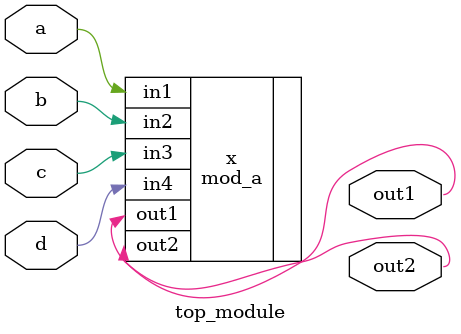
<source format=v>
module top_module ( 
    input a, 
    input b, 
    input c,
    input d,
    output out1,
    output out2
);
    mod_a x(.out1(out1),.out2(out2),.in1(a),.in2(b),.in3(c),.in4(d));

endmodule

</source>
